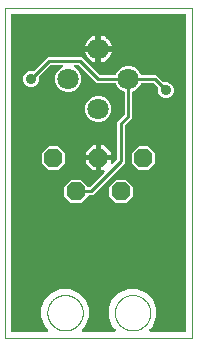
<source format=gtl>
G04 EAGLE Gerber RS-274X export*
G75*
%MOMM*%
%FSLAX34Y34*%
%LPD*%
%INTop Layer*%
%IPPOS*%
%AMOC8*
5,1,8,0,0,1.08239X$1,22.5*%
G01*
%ADD10C,0.000000*%
%ADD11C,1.800000*%
%ADD12P,1.732040X8X22.500000*%
%ADD13C,0.254000*%
%ADD14C,0.904800*%

G36*
X845494Y640098D02*
X845494Y640098D01*
X845633Y640111D01*
X845652Y640118D01*
X845672Y640121D01*
X845801Y640172D01*
X845932Y640219D01*
X845949Y640230D01*
X845968Y640238D01*
X846080Y640319D01*
X846195Y640397D01*
X846209Y640413D01*
X846225Y640424D01*
X846314Y640532D01*
X846406Y640636D01*
X846415Y640654D01*
X846428Y640669D01*
X846487Y640795D01*
X846550Y640919D01*
X846555Y640939D01*
X846564Y640957D01*
X846590Y641093D01*
X846620Y641229D01*
X846619Y641250D01*
X846623Y641269D01*
X846615Y641408D01*
X846610Y641547D01*
X846605Y641567D01*
X846604Y641587D01*
X846561Y641719D01*
X846522Y641853D01*
X846512Y641870D01*
X846506Y641889D01*
X846431Y642007D01*
X846360Y642127D01*
X846342Y642148D01*
X846335Y642158D01*
X846320Y642172D01*
X846254Y642247D01*
X843701Y644800D01*
X840644Y652181D01*
X840644Y660169D01*
X843701Y667550D01*
X849350Y673199D01*
X856731Y676256D01*
X864719Y676256D01*
X872100Y673199D01*
X877749Y667550D01*
X880806Y660169D01*
X880806Y652181D01*
X877749Y644800D01*
X875196Y642247D01*
X875111Y642138D01*
X875022Y642031D01*
X875013Y642012D01*
X875001Y641996D01*
X874946Y641868D01*
X874886Y641743D01*
X874883Y641723D01*
X874875Y641704D01*
X874853Y641566D01*
X874827Y641430D01*
X874828Y641410D01*
X874825Y641390D01*
X874838Y641251D01*
X874846Y641113D01*
X874853Y641094D01*
X874855Y641074D01*
X874902Y640942D01*
X874944Y640811D01*
X874955Y640793D01*
X874962Y640774D01*
X875040Y640659D01*
X875115Y640542D01*
X875129Y640528D01*
X875141Y640511D01*
X875245Y640419D01*
X875346Y640324D01*
X875364Y640314D01*
X875379Y640301D01*
X875503Y640237D01*
X875625Y640170D01*
X875644Y640165D01*
X875662Y640156D01*
X875798Y640126D01*
X875933Y640091D01*
X875961Y640089D01*
X875973Y640086D01*
X875993Y640087D01*
X876093Y640081D01*
X902507Y640081D01*
X902644Y640098D01*
X902783Y640111D01*
X902802Y640118D01*
X902822Y640121D01*
X902951Y640172D01*
X903082Y640219D01*
X903099Y640230D01*
X903118Y640238D01*
X903230Y640319D01*
X903345Y640397D01*
X903359Y640413D01*
X903375Y640424D01*
X903464Y640532D01*
X903556Y640636D01*
X903565Y640654D01*
X903578Y640669D01*
X903637Y640795D01*
X903700Y640919D01*
X903705Y640939D01*
X903714Y640957D01*
X903740Y641093D01*
X903770Y641229D01*
X903769Y641250D01*
X903773Y641269D01*
X903765Y641408D01*
X903760Y641547D01*
X903755Y641567D01*
X903754Y641587D01*
X903711Y641719D01*
X903672Y641853D01*
X903662Y641870D01*
X903656Y641889D01*
X903581Y642007D01*
X903510Y642127D01*
X903492Y642148D01*
X903485Y642158D01*
X903470Y642172D01*
X903404Y642247D01*
X900851Y644800D01*
X897794Y652181D01*
X897794Y660169D01*
X900851Y667550D01*
X906500Y673199D01*
X913881Y676256D01*
X921869Y676256D01*
X929250Y673199D01*
X934899Y667550D01*
X937956Y660169D01*
X937956Y652181D01*
X934899Y644800D01*
X932346Y642247D01*
X932261Y642138D01*
X932172Y642031D01*
X932163Y642012D01*
X932151Y641996D01*
X932096Y641868D01*
X932036Y641743D01*
X932033Y641723D01*
X932025Y641704D01*
X932003Y641566D01*
X931977Y641430D01*
X931978Y641410D01*
X931975Y641390D01*
X931988Y641251D01*
X931996Y641113D01*
X932003Y641094D01*
X932005Y641074D01*
X932052Y640942D01*
X932094Y640811D01*
X932105Y640793D01*
X932112Y640774D01*
X932190Y640659D01*
X932265Y640542D01*
X932279Y640528D01*
X932291Y640511D01*
X932395Y640419D01*
X932496Y640324D01*
X932514Y640314D01*
X932529Y640301D01*
X932653Y640237D01*
X932775Y640170D01*
X932794Y640165D01*
X932812Y640156D01*
X932948Y640126D01*
X933083Y640091D01*
X933111Y640089D01*
X933123Y640086D01*
X933143Y640087D01*
X933243Y640081D01*
X962025Y640081D01*
X962143Y640096D01*
X962262Y640103D01*
X962300Y640116D01*
X962341Y640121D01*
X962451Y640164D01*
X962564Y640201D01*
X962599Y640223D01*
X962636Y640238D01*
X962732Y640307D01*
X962833Y640371D01*
X962861Y640401D01*
X962894Y640424D01*
X962970Y640516D01*
X963051Y640603D01*
X963071Y640638D01*
X963096Y640669D01*
X963147Y640777D01*
X963205Y640881D01*
X963215Y640921D01*
X963232Y640957D01*
X963254Y641074D01*
X963284Y641189D01*
X963288Y641249D01*
X963292Y641269D01*
X963290Y641290D01*
X963294Y641350D01*
X963294Y908050D01*
X963279Y908168D01*
X963272Y908287D01*
X963259Y908325D01*
X963254Y908366D01*
X963211Y908476D01*
X963174Y908589D01*
X963152Y908624D01*
X963137Y908661D01*
X963068Y908757D01*
X963004Y908858D01*
X962974Y908886D01*
X962951Y908919D01*
X962859Y908995D01*
X962772Y909076D01*
X962737Y909096D01*
X962706Y909121D01*
X962598Y909172D01*
X962494Y909230D01*
X962454Y909240D01*
X962418Y909257D01*
X962301Y909279D01*
X962186Y909309D01*
X962126Y909313D01*
X962106Y909317D01*
X962085Y909315D01*
X962025Y909319D01*
X815975Y909319D01*
X815857Y909304D01*
X815738Y909297D01*
X815700Y909284D01*
X815659Y909279D01*
X815549Y909236D01*
X815436Y909199D01*
X815401Y909177D01*
X815364Y909162D01*
X815268Y909093D01*
X815167Y909029D01*
X815139Y908999D01*
X815106Y908976D01*
X815030Y908884D01*
X814949Y908797D01*
X814929Y908762D01*
X814904Y908731D01*
X814853Y908623D01*
X814795Y908519D01*
X814785Y908479D01*
X814768Y908443D01*
X814746Y908326D01*
X814716Y908211D01*
X814712Y908151D01*
X814708Y908131D01*
X814710Y908110D01*
X814706Y908050D01*
X814706Y641350D01*
X814721Y641232D01*
X814728Y641113D01*
X814741Y641075D01*
X814746Y641034D01*
X814789Y640924D01*
X814826Y640811D01*
X814848Y640776D01*
X814863Y640739D01*
X814932Y640643D01*
X814996Y640542D01*
X815026Y640514D01*
X815049Y640481D01*
X815141Y640405D01*
X815228Y640324D01*
X815263Y640304D01*
X815294Y640279D01*
X815402Y640228D01*
X815506Y640170D01*
X815546Y640160D01*
X815582Y640143D01*
X815699Y640121D01*
X815814Y640091D01*
X815874Y640087D01*
X815894Y640083D01*
X815915Y640085D01*
X815975Y640081D01*
X845357Y640081D01*
X845494Y640098D01*
G37*
%LPC*%
G36*
X865794Y748791D02*
X865794Y748791D01*
X859916Y754669D01*
X859916Y762981D01*
X865794Y768859D01*
X874106Y768859D01*
X880162Y762803D01*
X880256Y762730D01*
X880345Y762651D01*
X880381Y762633D01*
X880413Y762608D01*
X880523Y762560D01*
X880629Y762506D01*
X880668Y762498D01*
X880705Y762481D01*
X880823Y762463D01*
X880939Y762437D01*
X880979Y762438D01*
X881019Y762432D01*
X881138Y762443D01*
X881257Y762446D01*
X881296Y762458D01*
X881336Y762461D01*
X881448Y762502D01*
X881562Y762535D01*
X881597Y762555D01*
X881635Y762569D01*
X881734Y762636D01*
X881836Y762696D01*
X881881Y762736D01*
X881898Y762748D01*
X881912Y762763D01*
X881957Y762803D01*
X893846Y774692D01*
X893931Y774801D01*
X894020Y774908D01*
X894028Y774927D01*
X894041Y774943D01*
X894096Y775071D01*
X894155Y775196D01*
X894159Y775216D01*
X894167Y775235D01*
X894189Y775373D01*
X894215Y775509D01*
X894214Y775529D01*
X894217Y775549D01*
X894204Y775688D01*
X894195Y775826D01*
X894189Y775845D01*
X894187Y775865D01*
X894140Y775997D01*
X894097Y776128D01*
X894086Y776146D01*
X894079Y776165D01*
X894001Y776280D01*
X893927Y776397D01*
X893912Y776411D01*
X893901Y776428D01*
X893797Y776520D01*
X893695Y776615D01*
X893678Y776625D01*
X893662Y776638D01*
X893539Y776701D01*
X893417Y776769D01*
X893397Y776774D01*
X893379Y776783D01*
X893243Y776813D01*
X893109Y776848D01*
X893081Y776850D01*
X893069Y776853D01*
X893048Y776852D01*
X892948Y776858D01*
X891285Y776858D01*
X891285Y785115D01*
X899542Y785115D01*
X899542Y783452D01*
X899559Y783314D01*
X899572Y783175D01*
X899579Y783156D01*
X899582Y783136D01*
X899633Y783007D01*
X899680Y782876D01*
X899691Y782859D01*
X899699Y782841D01*
X899780Y782728D01*
X899858Y782613D01*
X899874Y782600D01*
X899885Y782583D01*
X899993Y782494D01*
X900097Y782402D01*
X900115Y782393D01*
X900130Y782380D01*
X900256Y782321D01*
X900380Y782258D01*
X900400Y782253D01*
X900418Y782245D01*
X900554Y782219D01*
X900690Y782188D01*
X900711Y782189D01*
X900730Y782185D01*
X900869Y782194D01*
X901008Y782198D01*
X901028Y782204D01*
X901048Y782205D01*
X901180Y782248D01*
X901314Y782286D01*
X901331Y782297D01*
X901350Y782303D01*
X901468Y782377D01*
X901588Y782448D01*
X901609Y782466D01*
X901619Y782473D01*
X901633Y782488D01*
X901708Y782554D01*
X904376Y785221D01*
X904436Y785300D01*
X904504Y785372D01*
X904533Y785425D01*
X904570Y785473D01*
X904610Y785564D01*
X904658Y785650D01*
X904673Y785709D01*
X904697Y785764D01*
X904712Y785862D01*
X904737Y785958D01*
X904743Y786058D01*
X904747Y786079D01*
X904745Y786091D01*
X904747Y786119D01*
X904747Y817343D01*
X910726Y823321D01*
X910786Y823400D01*
X910854Y823472D01*
X910883Y823525D01*
X910920Y823573D01*
X910960Y823664D01*
X911008Y823750D01*
X911023Y823809D01*
X911047Y823864D01*
X911062Y823962D01*
X911087Y824058D01*
X911093Y824158D01*
X911097Y824179D01*
X911095Y824191D01*
X911097Y824219D01*
X911097Y842653D01*
X911094Y842682D01*
X911096Y842712D01*
X911074Y842840D01*
X911057Y842969D01*
X911047Y842996D01*
X911042Y843025D01*
X910988Y843144D01*
X910940Y843264D01*
X910923Y843288D01*
X910911Y843315D01*
X910830Y843417D01*
X910754Y843522D01*
X910731Y843541D01*
X910712Y843564D01*
X910609Y843642D01*
X910509Y843725D01*
X910482Y843737D01*
X910458Y843755D01*
X910314Y843826D01*
X908150Y844722D01*
X905047Y847825D01*
X904151Y849989D01*
X904136Y850014D01*
X904127Y850042D01*
X904058Y850152D01*
X903993Y850265D01*
X903973Y850286D01*
X903957Y850311D01*
X903862Y850400D01*
X903772Y850493D01*
X903747Y850509D01*
X903725Y850529D01*
X903612Y850592D01*
X903501Y850660D01*
X903473Y850668D01*
X903447Y850683D01*
X903321Y850715D01*
X903197Y850753D01*
X903168Y850755D01*
X903139Y850762D01*
X902978Y850772D01*
X887632Y850772D01*
X872527Y865878D01*
X872448Y865938D01*
X872376Y866006D01*
X872323Y866035D01*
X872275Y866072D01*
X872184Y866112D01*
X872098Y866160D01*
X872039Y866175D01*
X871984Y866199D01*
X871886Y866214D01*
X871790Y866239D01*
X871690Y866245D01*
X871669Y866249D01*
X871657Y866247D01*
X871629Y866249D01*
X869420Y866249D01*
X869350Y866241D01*
X869280Y866242D01*
X869193Y866221D01*
X869104Y866209D01*
X869039Y866184D01*
X868971Y866167D01*
X868892Y866125D01*
X868808Y866092D01*
X868752Y866051D01*
X868690Y866019D01*
X868624Y865958D01*
X868551Y865906D01*
X868506Y865852D01*
X868455Y865805D01*
X868405Y865730D01*
X868348Y865661D01*
X868318Y865597D01*
X868280Y865539D01*
X868251Y865454D01*
X868213Y865373D01*
X868200Y865304D01*
X868177Y865238D01*
X868170Y865149D01*
X868153Y865061D01*
X868157Y864991D01*
X868152Y864921D01*
X868167Y864833D01*
X868173Y864743D01*
X868194Y864677D01*
X868206Y864608D01*
X868243Y864526D01*
X868271Y864441D01*
X868308Y864382D01*
X868337Y864318D01*
X868393Y864248D01*
X868441Y864172D01*
X868492Y864124D01*
X868535Y864070D01*
X868607Y864015D01*
X868672Y863954D01*
X868733Y863920D01*
X868789Y863878D01*
X868934Y863807D01*
X869850Y863428D01*
X872953Y860325D01*
X874633Y856270D01*
X874633Y851880D01*
X872953Y847825D01*
X869850Y844722D01*
X865795Y843042D01*
X861405Y843042D01*
X857350Y844722D01*
X854247Y847825D01*
X852567Y851880D01*
X852567Y856270D01*
X854247Y860325D01*
X857350Y863428D01*
X858266Y863807D01*
X858327Y863842D01*
X858392Y863868D01*
X858464Y863920D01*
X858542Y863965D01*
X858593Y864013D01*
X858649Y864054D01*
X858706Y864124D01*
X858771Y864186D01*
X858807Y864246D01*
X858852Y864299D01*
X858890Y864381D01*
X858937Y864457D01*
X858958Y864524D01*
X858987Y864587D01*
X859004Y864675D01*
X859031Y864761D01*
X859034Y864831D01*
X859047Y864900D01*
X859042Y864989D01*
X859046Y865079D01*
X859032Y865147D01*
X859027Y865217D01*
X859000Y865302D01*
X858982Y865390D01*
X858951Y865453D01*
X858929Y865519D01*
X858881Y865595D01*
X858842Y865676D01*
X858797Y865729D01*
X858759Y865788D01*
X858694Y865850D01*
X858636Y865918D01*
X858578Y865958D01*
X858528Y866006D01*
X858449Y866049D01*
X858375Y866101D01*
X858310Y866126D01*
X858249Y866160D01*
X858162Y866182D01*
X858078Y866214D01*
X858009Y866222D01*
X857941Y866239D01*
X857780Y866249D01*
X849221Y866249D01*
X849123Y866237D01*
X849024Y866234D01*
X848965Y866217D01*
X848905Y866209D01*
X848813Y866173D01*
X848718Y866145D01*
X848666Y866115D01*
X848610Y866092D01*
X848530Y866034D01*
X848444Y865984D01*
X848369Y865918D01*
X848352Y865906D01*
X848344Y865896D01*
X848323Y865878D01*
X838778Y856333D01*
X838718Y856254D01*
X838650Y856182D01*
X838621Y856129D01*
X838584Y856081D01*
X838544Y855990D01*
X838496Y855904D01*
X838481Y855845D01*
X838457Y855790D01*
X838442Y855692D01*
X838417Y855596D01*
X838411Y855496D01*
X838407Y855475D01*
X838409Y855463D01*
X838407Y855435D01*
X838407Y852771D01*
X837409Y850361D01*
X835564Y848516D01*
X833154Y847518D01*
X830546Y847518D01*
X828136Y848516D01*
X826291Y850361D01*
X825293Y852771D01*
X825293Y855379D01*
X826291Y857789D01*
X828136Y859634D01*
X830546Y860632D01*
X833210Y860632D01*
X833308Y860644D01*
X833407Y860647D01*
X833466Y860664D01*
X833526Y860672D01*
X833618Y860708D01*
X833713Y860736D01*
X833765Y860766D01*
X833821Y860789D01*
X833901Y860847D01*
X833987Y860897D01*
X834062Y860963D01*
X834079Y860975D01*
X834087Y860985D01*
X834108Y861003D01*
X845959Y872855D01*
X874891Y872855D01*
X889996Y857749D01*
X890075Y857689D01*
X890147Y857621D01*
X890200Y857592D01*
X890248Y857555D01*
X890339Y857515D01*
X890425Y857467D01*
X890484Y857452D01*
X890539Y857428D01*
X890637Y857413D01*
X890733Y857388D01*
X890833Y857382D01*
X890854Y857378D01*
X890866Y857380D01*
X890894Y857378D01*
X902978Y857378D01*
X903007Y857381D01*
X903037Y857379D01*
X903165Y857401D01*
X903294Y857418D01*
X903321Y857428D01*
X903350Y857433D01*
X903469Y857487D01*
X903589Y857535D01*
X903613Y857552D01*
X903640Y857564D01*
X903742Y857645D01*
X903847Y857721D01*
X903866Y857744D01*
X903889Y857763D01*
X903967Y857866D01*
X904050Y857966D01*
X904062Y857993D01*
X904080Y858017D01*
X904151Y858161D01*
X905047Y860325D01*
X908150Y863428D01*
X912205Y865108D01*
X916595Y865108D01*
X920650Y863428D01*
X923753Y860325D01*
X924649Y858161D01*
X924664Y858136D01*
X924673Y858108D01*
X924742Y857998D01*
X924807Y857885D01*
X924827Y857864D01*
X924843Y857839D01*
X924938Y857750D01*
X925028Y857657D01*
X925053Y857641D01*
X925075Y857621D01*
X925188Y857558D01*
X925299Y857490D01*
X925327Y857482D01*
X925353Y857467D01*
X925479Y857435D01*
X925603Y857397D01*
X925632Y857395D01*
X925661Y857388D01*
X925822Y857378D01*
X937993Y857378D01*
X943892Y851478D01*
X943971Y851418D01*
X944043Y851350D01*
X944096Y851321D01*
X944144Y851284D01*
X944235Y851244D01*
X944321Y851196D01*
X944380Y851181D01*
X944435Y851157D01*
X944533Y851142D01*
X944629Y851117D01*
X944729Y851111D01*
X944750Y851107D01*
X944762Y851109D01*
X944790Y851107D01*
X947454Y851107D01*
X949864Y850109D01*
X951709Y848264D01*
X952707Y845854D01*
X952707Y843246D01*
X951709Y840836D01*
X949864Y838991D01*
X947454Y837993D01*
X944846Y837993D01*
X942436Y838991D01*
X940591Y840836D01*
X939593Y843246D01*
X939593Y845910D01*
X939581Y846008D01*
X939578Y846107D01*
X939561Y846166D01*
X939553Y846226D01*
X939517Y846318D01*
X939489Y846413D01*
X939459Y846465D01*
X939436Y846521D01*
X939378Y846601D01*
X939328Y846687D01*
X939262Y846762D01*
X939250Y846779D01*
X939240Y846787D01*
X939222Y846808D01*
X935629Y850401D01*
X935550Y850461D01*
X935478Y850529D01*
X935425Y850558D01*
X935377Y850595D01*
X935286Y850635D01*
X935200Y850683D01*
X935141Y850698D01*
X935086Y850722D01*
X934988Y850737D01*
X934892Y850762D01*
X934792Y850768D01*
X934771Y850772D01*
X934759Y850770D01*
X934731Y850772D01*
X925822Y850772D01*
X925793Y850769D01*
X925763Y850771D01*
X925635Y850749D01*
X925506Y850732D01*
X925479Y850722D01*
X925450Y850717D01*
X925331Y850663D01*
X925211Y850615D01*
X925187Y850598D01*
X925160Y850586D01*
X925058Y850505D01*
X924953Y850429D01*
X924934Y850406D01*
X924911Y850387D01*
X924833Y850284D01*
X924750Y850184D01*
X924738Y850157D01*
X924720Y850133D01*
X924649Y849989D01*
X923753Y847825D01*
X920650Y844722D01*
X918486Y843826D01*
X918461Y843811D01*
X918433Y843802D01*
X918323Y843733D01*
X918210Y843668D01*
X918189Y843648D01*
X918164Y843632D01*
X918075Y843537D01*
X917982Y843447D01*
X917966Y843422D01*
X917946Y843400D01*
X917883Y843287D01*
X917815Y843176D01*
X917807Y843148D01*
X917792Y843122D01*
X917760Y842996D01*
X917722Y842872D01*
X917720Y842843D01*
X917713Y842814D01*
X917703Y842653D01*
X917703Y820957D01*
X911724Y814979D01*
X911664Y814900D01*
X911596Y814828D01*
X911567Y814775D01*
X911530Y814727D01*
X911490Y814636D01*
X911442Y814550D01*
X911427Y814491D01*
X911403Y814436D01*
X911388Y814338D01*
X911363Y814242D01*
X911357Y814142D01*
X911353Y814121D01*
X911355Y814109D01*
X911353Y814081D01*
X911353Y782857D01*
X884018Y755522D01*
X881253Y755522D01*
X881135Y755507D01*
X881016Y755500D01*
X880978Y755487D01*
X880937Y755482D01*
X880827Y755439D01*
X880714Y755402D01*
X880679Y755380D01*
X880642Y755365D01*
X880546Y755296D01*
X880445Y755232D01*
X880417Y755202D01*
X880384Y755179D01*
X880308Y755087D01*
X880227Y755000D01*
X880207Y754965D01*
X880182Y754934D01*
X880131Y754826D01*
X880119Y754804D01*
X874106Y748791D01*
X865794Y748791D01*
G37*
%LPD*%
%LPC*%
G36*
X886805Y817642D02*
X886805Y817642D01*
X882750Y819322D01*
X879647Y822425D01*
X877967Y826480D01*
X877967Y830870D01*
X879647Y834925D01*
X882750Y838028D01*
X886805Y839708D01*
X891195Y839708D01*
X895250Y838028D01*
X898353Y834925D01*
X900033Y830870D01*
X900033Y826480D01*
X898353Y822425D01*
X895250Y819322D01*
X891195Y817642D01*
X886805Y817642D01*
G37*
%LPD*%
%LPC*%
G36*
X922944Y777366D02*
X922944Y777366D01*
X917066Y783244D01*
X917066Y791556D01*
X922944Y797434D01*
X931256Y797434D01*
X937134Y791556D01*
X937134Y783244D01*
X931256Y777366D01*
X922944Y777366D01*
G37*
%LPD*%
%LPC*%
G36*
X846744Y777366D02*
X846744Y777366D01*
X840866Y783244D01*
X840866Y791556D01*
X846744Y797434D01*
X855056Y797434D01*
X860934Y791556D01*
X860934Y783244D01*
X855056Y777366D01*
X846744Y777366D01*
G37*
%LPD*%
%LPC*%
G36*
X903894Y748791D02*
X903894Y748791D01*
X898016Y754669D01*
X898016Y762981D01*
X903894Y768859D01*
X912206Y768859D01*
X918084Y762981D01*
X918084Y754669D01*
X912206Y748791D01*
X903894Y748791D01*
G37*
%LPD*%
%LPC*%
G36*
X891539Y882014D02*
X891539Y882014D01*
X891539Y890757D01*
X891703Y890732D01*
X893430Y890170D01*
X895049Y889346D01*
X895391Y889097D01*
X896518Y888278D01*
X897803Y886993D01*
X898871Y885524D01*
X899695Y883905D01*
X900257Y882178D01*
X900282Y882014D01*
X891539Y882014D01*
G37*
%LPD*%
%LPC*%
G36*
X877718Y882014D02*
X877718Y882014D01*
X877743Y882178D01*
X878305Y883905D01*
X879129Y885524D01*
X880197Y886993D01*
X881482Y888278D01*
X882951Y889346D01*
X884570Y890170D01*
X886297Y890732D01*
X886461Y890757D01*
X886461Y882014D01*
X877718Y882014D01*
G37*
%LPD*%
%LPC*%
G36*
X891539Y876936D02*
X891539Y876936D01*
X900282Y876936D01*
X900257Y876772D01*
X899695Y875045D01*
X898871Y873426D01*
X897803Y871957D01*
X896518Y870672D01*
X895049Y869604D01*
X893430Y868780D01*
X891703Y868218D01*
X891539Y868193D01*
X891539Y876936D01*
G37*
%LPD*%
%LPC*%
G36*
X886297Y868218D02*
X886297Y868218D01*
X884570Y868780D01*
X882951Y869604D01*
X881482Y870672D01*
X880197Y871957D01*
X879129Y873426D01*
X878305Y875045D01*
X877743Y876772D01*
X877718Y876936D01*
X886461Y876936D01*
X886461Y868193D01*
X886297Y868218D01*
G37*
%LPD*%
%LPC*%
G36*
X891285Y789685D02*
X891285Y789685D01*
X891285Y797942D01*
X893367Y797942D01*
X899542Y791767D01*
X899542Y789685D01*
X891285Y789685D01*
G37*
%LPD*%
%LPC*%
G36*
X878458Y789685D02*
X878458Y789685D01*
X878458Y791767D01*
X884633Y797942D01*
X886715Y797942D01*
X886715Y789685D01*
X878458Y789685D01*
G37*
%LPD*%
%LPC*%
G36*
X884633Y776858D02*
X884633Y776858D01*
X878458Y783033D01*
X878458Y785115D01*
X886715Y785115D01*
X886715Y776858D01*
X884633Y776858D01*
G37*
%LPD*%
%LPC*%
G36*
X888999Y879474D02*
X888999Y879474D01*
X888999Y879476D01*
X889001Y879476D01*
X889001Y879474D01*
X888999Y879474D01*
G37*
%LPD*%
D10*
X845725Y656175D02*
X845730Y656543D01*
X845743Y656911D01*
X845766Y657278D01*
X845797Y657645D01*
X845838Y658011D01*
X845887Y658376D01*
X845946Y658739D01*
X846013Y659101D01*
X846089Y659462D01*
X846175Y659820D01*
X846268Y660176D01*
X846371Y660529D01*
X846482Y660880D01*
X846602Y661228D01*
X846730Y661573D01*
X846867Y661915D01*
X847012Y662254D01*
X847165Y662588D01*
X847327Y662919D01*
X847496Y663246D01*
X847674Y663568D01*
X847859Y663887D01*
X848052Y664200D01*
X848253Y664509D01*
X848461Y664812D01*
X848677Y665110D01*
X848900Y665403D01*
X849130Y665691D01*
X849367Y665973D01*
X849611Y666248D01*
X849861Y666518D01*
X850118Y666782D01*
X850382Y667039D01*
X850652Y667289D01*
X850927Y667533D01*
X851209Y667770D01*
X851497Y668000D01*
X851790Y668223D01*
X852088Y668439D01*
X852391Y668647D01*
X852700Y668848D01*
X853013Y669041D01*
X853332Y669226D01*
X853654Y669404D01*
X853981Y669573D01*
X854312Y669735D01*
X854646Y669888D01*
X854985Y670033D01*
X855327Y670170D01*
X855672Y670298D01*
X856020Y670418D01*
X856371Y670529D01*
X856724Y670632D01*
X857080Y670725D01*
X857438Y670811D01*
X857799Y670887D01*
X858161Y670954D01*
X858524Y671013D01*
X858889Y671062D01*
X859255Y671103D01*
X859622Y671134D01*
X859989Y671157D01*
X860357Y671170D01*
X860725Y671175D01*
X861093Y671170D01*
X861461Y671157D01*
X861828Y671134D01*
X862195Y671103D01*
X862561Y671062D01*
X862926Y671013D01*
X863289Y670954D01*
X863651Y670887D01*
X864012Y670811D01*
X864370Y670725D01*
X864726Y670632D01*
X865079Y670529D01*
X865430Y670418D01*
X865778Y670298D01*
X866123Y670170D01*
X866465Y670033D01*
X866804Y669888D01*
X867138Y669735D01*
X867469Y669573D01*
X867796Y669404D01*
X868118Y669226D01*
X868437Y669041D01*
X868750Y668848D01*
X869059Y668647D01*
X869362Y668439D01*
X869660Y668223D01*
X869953Y668000D01*
X870241Y667770D01*
X870523Y667533D01*
X870798Y667289D01*
X871068Y667039D01*
X871332Y666782D01*
X871589Y666518D01*
X871839Y666248D01*
X872083Y665973D01*
X872320Y665691D01*
X872550Y665403D01*
X872773Y665110D01*
X872989Y664812D01*
X873197Y664509D01*
X873398Y664200D01*
X873591Y663887D01*
X873776Y663568D01*
X873954Y663246D01*
X874123Y662919D01*
X874285Y662588D01*
X874438Y662254D01*
X874583Y661915D01*
X874720Y661573D01*
X874848Y661228D01*
X874968Y660880D01*
X875079Y660529D01*
X875182Y660176D01*
X875275Y659820D01*
X875361Y659462D01*
X875437Y659101D01*
X875504Y658739D01*
X875563Y658376D01*
X875612Y658011D01*
X875653Y657645D01*
X875684Y657278D01*
X875707Y656911D01*
X875720Y656543D01*
X875725Y656175D01*
X875720Y655807D01*
X875707Y655439D01*
X875684Y655072D01*
X875653Y654705D01*
X875612Y654339D01*
X875563Y653974D01*
X875504Y653611D01*
X875437Y653249D01*
X875361Y652888D01*
X875275Y652530D01*
X875182Y652174D01*
X875079Y651821D01*
X874968Y651470D01*
X874848Y651122D01*
X874720Y650777D01*
X874583Y650435D01*
X874438Y650096D01*
X874285Y649762D01*
X874123Y649431D01*
X873954Y649104D01*
X873776Y648782D01*
X873591Y648463D01*
X873398Y648150D01*
X873197Y647841D01*
X872989Y647538D01*
X872773Y647240D01*
X872550Y646947D01*
X872320Y646659D01*
X872083Y646377D01*
X871839Y646102D01*
X871589Y645832D01*
X871332Y645568D01*
X871068Y645311D01*
X870798Y645061D01*
X870523Y644817D01*
X870241Y644580D01*
X869953Y644350D01*
X869660Y644127D01*
X869362Y643911D01*
X869059Y643703D01*
X868750Y643502D01*
X868437Y643309D01*
X868118Y643124D01*
X867796Y642946D01*
X867469Y642777D01*
X867138Y642615D01*
X866804Y642462D01*
X866465Y642317D01*
X866123Y642180D01*
X865778Y642052D01*
X865430Y641932D01*
X865079Y641821D01*
X864726Y641718D01*
X864370Y641625D01*
X864012Y641539D01*
X863651Y641463D01*
X863289Y641396D01*
X862926Y641337D01*
X862561Y641288D01*
X862195Y641247D01*
X861828Y641216D01*
X861461Y641193D01*
X861093Y641180D01*
X860725Y641175D01*
X860357Y641180D01*
X859989Y641193D01*
X859622Y641216D01*
X859255Y641247D01*
X858889Y641288D01*
X858524Y641337D01*
X858161Y641396D01*
X857799Y641463D01*
X857438Y641539D01*
X857080Y641625D01*
X856724Y641718D01*
X856371Y641821D01*
X856020Y641932D01*
X855672Y642052D01*
X855327Y642180D01*
X854985Y642317D01*
X854646Y642462D01*
X854312Y642615D01*
X853981Y642777D01*
X853654Y642946D01*
X853332Y643124D01*
X853013Y643309D01*
X852700Y643502D01*
X852391Y643703D01*
X852088Y643911D01*
X851790Y644127D01*
X851497Y644350D01*
X851209Y644580D01*
X850927Y644817D01*
X850652Y645061D01*
X850382Y645311D01*
X850118Y645568D01*
X849861Y645832D01*
X849611Y646102D01*
X849367Y646377D01*
X849130Y646659D01*
X848900Y646947D01*
X848677Y647240D01*
X848461Y647538D01*
X848253Y647841D01*
X848052Y648150D01*
X847859Y648463D01*
X847674Y648782D01*
X847496Y649104D01*
X847327Y649431D01*
X847165Y649762D01*
X847012Y650096D01*
X846867Y650435D01*
X846730Y650777D01*
X846602Y651122D01*
X846482Y651470D01*
X846371Y651821D01*
X846268Y652174D01*
X846175Y652530D01*
X846089Y652888D01*
X846013Y653249D01*
X845946Y653611D01*
X845887Y653974D01*
X845838Y654339D01*
X845797Y654705D01*
X845766Y655072D01*
X845743Y655439D01*
X845730Y655807D01*
X845725Y656175D01*
X902875Y656175D02*
X902880Y656543D01*
X902893Y656911D01*
X902916Y657278D01*
X902947Y657645D01*
X902988Y658011D01*
X903037Y658376D01*
X903096Y658739D01*
X903163Y659101D01*
X903239Y659462D01*
X903325Y659820D01*
X903418Y660176D01*
X903521Y660529D01*
X903632Y660880D01*
X903752Y661228D01*
X903880Y661573D01*
X904017Y661915D01*
X904162Y662254D01*
X904315Y662588D01*
X904477Y662919D01*
X904646Y663246D01*
X904824Y663568D01*
X905009Y663887D01*
X905202Y664200D01*
X905403Y664509D01*
X905611Y664812D01*
X905827Y665110D01*
X906050Y665403D01*
X906280Y665691D01*
X906517Y665973D01*
X906761Y666248D01*
X907011Y666518D01*
X907268Y666782D01*
X907532Y667039D01*
X907802Y667289D01*
X908077Y667533D01*
X908359Y667770D01*
X908647Y668000D01*
X908940Y668223D01*
X909238Y668439D01*
X909541Y668647D01*
X909850Y668848D01*
X910163Y669041D01*
X910482Y669226D01*
X910804Y669404D01*
X911131Y669573D01*
X911462Y669735D01*
X911796Y669888D01*
X912135Y670033D01*
X912477Y670170D01*
X912822Y670298D01*
X913170Y670418D01*
X913521Y670529D01*
X913874Y670632D01*
X914230Y670725D01*
X914588Y670811D01*
X914949Y670887D01*
X915311Y670954D01*
X915674Y671013D01*
X916039Y671062D01*
X916405Y671103D01*
X916772Y671134D01*
X917139Y671157D01*
X917507Y671170D01*
X917875Y671175D01*
X918243Y671170D01*
X918611Y671157D01*
X918978Y671134D01*
X919345Y671103D01*
X919711Y671062D01*
X920076Y671013D01*
X920439Y670954D01*
X920801Y670887D01*
X921162Y670811D01*
X921520Y670725D01*
X921876Y670632D01*
X922229Y670529D01*
X922580Y670418D01*
X922928Y670298D01*
X923273Y670170D01*
X923615Y670033D01*
X923954Y669888D01*
X924288Y669735D01*
X924619Y669573D01*
X924946Y669404D01*
X925268Y669226D01*
X925587Y669041D01*
X925900Y668848D01*
X926209Y668647D01*
X926512Y668439D01*
X926810Y668223D01*
X927103Y668000D01*
X927391Y667770D01*
X927673Y667533D01*
X927948Y667289D01*
X928218Y667039D01*
X928482Y666782D01*
X928739Y666518D01*
X928989Y666248D01*
X929233Y665973D01*
X929470Y665691D01*
X929700Y665403D01*
X929923Y665110D01*
X930139Y664812D01*
X930347Y664509D01*
X930548Y664200D01*
X930741Y663887D01*
X930926Y663568D01*
X931104Y663246D01*
X931273Y662919D01*
X931435Y662588D01*
X931588Y662254D01*
X931733Y661915D01*
X931870Y661573D01*
X931998Y661228D01*
X932118Y660880D01*
X932229Y660529D01*
X932332Y660176D01*
X932425Y659820D01*
X932511Y659462D01*
X932587Y659101D01*
X932654Y658739D01*
X932713Y658376D01*
X932762Y658011D01*
X932803Y657645D01*
X932834Y657278D01*
X932857Y656911D01*
X932870Y656543D01*
X932875Y656175D01*
X932870Y655807D01*
X932857Y655439D01*
X932834Y655072D01*
X932803Y654705D01*
X932762Y654339D01*
X932713Y653974D01*
X932654Y653611D01*
X932587Y653249D01*
X932511Y652888D01*
X932425Y652530D01*
X932332Y652174D01*
X932229Y651821D01*
X932118Y651470D01*
X931998Y651122D01*
X931870Y650777D01*
X931733Y650435D01*
X931588Y650096D01*
X931435Y649762D01*
X931273Y649431D01*
X931104Y649104D01*
X930926Y648782D01*
X930741Y648463D01*
X930548Y648150D01*
X930347Y647841D01*
X930139Y647538D01*
X929923Y647240D01*
X929700Y646947D01*
X929470Y646659D01*
X929233Y646377D01*
X928989Y646102D01*
X928739Y645832D01*
X928482Y645568D01*
X928218Y645311D01*
X927948Y645061D01*
X927673Y644817D01*
X927391Y644580D01*
X927103Y644350D01*
X926810Y644127D01*
X926512Y643911D01*
X926209Y643703D01*
X925900Y643502D01*
X925587Y643309D01*
X925268Y643124D01*
X924946Y642946D01*
X924619Y642777D01*
X924288Y642615D01*
X923954Y642462D01*
X923615Y642317D01*
X923273Y642180D01*
X922928Y642052D01*
X922580Y641932D01*
X922229Y641821D01*
X921876Y641718D01*
X921520Y641625D01*
X921162Y641539D01*
X920801Y641463D01*
X920439Y641396D01*
X920076Y641337D01*
X919711Y641288D01*
X919345Y641247D01*
X918978Y641216D01*
X918611Y641193D01*
X918243Y641180D01*
X917875Y641175D01*
X917507Y641180D01*
X917139Y641193D01*
X916772Y641216D01*
X916405Y641247D01*
X916039Y641288D01*
X915674Y641337D01*
X915311Y641396D01*
X914949Y641463D01*
X914588Y641539D01*
X914230Y641625D01*
X913874Y641718D01*
X913521Y641821D01*
X913170Y641932D01*
X912822Y642052D01*
X912477Y642180D01*
X912135Y642317D01*
X911796Y642462D01*
X911462Y642615D01*
X911131Y642777D01*
X910804Y642946D01*
X910482Y643124D01*
X910163Y643309D01*
X909850Y643502D01*
X909541Y643703D01*
X909238Y643911D01*
X908940Y644127D01*
X908647Y644350D01*
X908359Y644580D01*
X908077Y644817D01*
X907802Y645061D01*
X907532Y645311D01*
X907268Y645568D01*
X907011Y645832D01*
X906761Y646102D01*
X906517Y646377D01*
X906280Y646659D01*
X906050Y646947D01*
X905827Y647240D01*
X905611Y647538D01*
X905403Y647841D01*
X905202Y648150D01*
X905009Y648463D01*
X904824Y648782D01*
X904646Y649104D01*
X904477Y649431D01*
X904315Y649762D01*
X904162Y650096D01*
X904017Y650435D01*
X903880Y650777D01*
X903752Y651122D01*
X903632Y651470D01*
X903521Y651821D01*
X903418Y652174D01*
X903325Y652530D01*
X903239Y652888D01*
X903163Y653249D01*
X903096Y653611D01*
X903037Y653974D01*
X902988Y654339D01*
X902947Y654705D01*
X902916Y655072D01*
X902893Y655439D01*
X902880Y655807D01*
X902875Y656175D01*
X968375Y914400D02*
X809625Y914400D01*
X809625Y635000D01*
X968375Y635000D02*
X968375Y914400D01*
X968375Y635000D02*
X809625Y635000D01*
D11*
X863600Y854075D03*
X889000Y828675D03*
X914400Y854075D03*
X889000Y879475D03*
D12*
X927100Y787400D03*
X908050Y758825D03*
X889000Y787400D03*
X869950Y758825D03*
X850900Y787400D03*
D13*
X914400Y822325D02*
X914400Y854075D01*
X914400Y822325D02*
X908050Y815975D01*
X908050Y784225D02*
X882650Y758825D01*
X869950Y758825D01*
X908050Y784225D02*
X908050Y815975D01*
D14*
X831850Y854075D03*
D13*
X889000Y854075D02*
X914400Y854075D01*
X889000Y854075D02*
X873523Y869552D01*
X847327Y869552D01*
X831850Y854075D01*
D14*
X946150Y844550D03*
D13*
X936625Y854075D01*
X914400Y854075D01*
M02*

</source>
